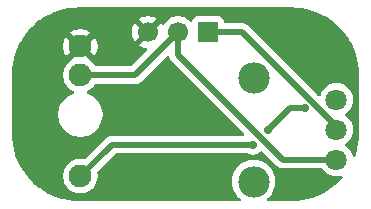
<source format=gbr>
%TF.GenerationSoftware,KiCad,Pcbnew,9.0.3-9.0.3-0~ubuntu22.04.1*%
%TF.CreationDate,2025-07-27T08:05:43-07:00*%
%TF.ProjectId,mixer-chan,6d697865-722d-4636-9861-6e2e6b696361,rev?*%
%TF.SameCoordinates,Original*%
%TF.FileFunction,Copper,L1,Top*%
%TF.FilePolarity,Positive*%
%FSLAX46Y46*%
G04 Gerber Fmt 4.6, Leading zero omitted, Abs format (unit mm)*
G04 Created by KiCad (PCBNEW 9.0.3-9.0.3-0~ubuntu22.04.1) date 2025-07-27 08:05:43*
%MOMM*%
%LPD*%
G01*
G04 APERTURE LIST*
%TA.AperFunction,ComponentPad*%
%ADD10R,1.700000X1.700000*%
%TD*%
%TA.AperFunction,ComponentPad*%
%ADD11C,1.700000*%
%TD*%
%TA.AperFunction,ComponentPad*%
%ADD12C,1.930400*%
%TD*%
%TA.AperFunction,ComponentPad*%
%ADD13C,1.803400*%
%TD*%
%TA.AperFunction,ComponentPad*%
%ADD14C,2.667000*%
%TD*%
%TA.AperFunction,ViaPad*%
%ADD15C,0.700000*%
%TD*%
%TA.AperFunction,Conductor*%
%ADD16C,0.500000*%
%TD*%
G04 APERTURE END LIST*
D10*
%TO.P,J2,1,Pin_1*%
%TO.N,Net-(J2-Pin_1)*%
X136525000Y-84455000D03*
D11*
%TO.P,J2,2,Pin_2*%
%TO.N,/VREF_1.65V*%
X133985000Y-84455000D03*
%TO.P,J2,3,Pin_3*%
%TO.N,GND*%
X131445000Y-84455000D03*
%TD*%
D12*
%TO.P,J1,1,SIG*%
%TO.N,Net-(J1-SIG)*%
X125730000Y-96647000D03*
%TO.P,J1,2,SHEILD*%
%TO.N,GND*%
X125730000Y-85674200D03*
%TO.P,J1,3,SW*%
%TO.N,/VREF_1.65V*%
X125730000Y-88087200D03*
%TD*%
D13*
%TO.P,RV1,1,1*%
%TO.N,Net-(J1-SIG)*%
X147412243Y-90170163D03*
%TO.P,RV1,2,2*%
%TO.N,Net-(J2-Pin_1)*%
X147412243Y-92710163D03*
%TO.P,RV1,3,3*%
%TO.N,/VREF_1.65V*%
X147412243Y-95250163D03*
D14*
%TO.P,RV1,4*%
%TO.N,N/C*%
X140401843Y-88315963D03*
%TO.P,RV1,5*%
X140401843Y-97104363D03*
%TD*%
D15*
%TO.N,Net-(J1-SIG)*%
X144713584Y-90871416D03*
X140335000Y-93980000D03*
X141605000Y-92710000D03*
%TD*%
D16*
%TO.N,/VREF_1.65V*%
X147412243Y-95250163D02*
X142875163Y-95250163D01*
X130352800Y-88087200D02*
X133985000Y-84455000D01*
X125730000Y-88087200D02*
X130352800Y-88087200D01*
X142875163Y-95250163D02*
X133985000Y-86360000D01*
X133985000Y-86360000D02*
X133985000Y-84455000D01*
%TO.N,Net-(J1-SIG)*%
X144713584Y-90871416D02*
X143443584Y-90871416D01*
X140335000Y-93980000D02*
X128397000Y-93980000D01*
X143443584Y-90871416D02*
X141605000Y-92710000D01*
X128397000Y-93980000D02*
X125730000Y-96647000D01*
%TO.N,Net-(J2-Pin_1)*%
X147412243Y-92710163D02*
X147412243Y-92438703D01*
X147412243Y-92438703D02*
X139428540Y-84455000D01*
X139428540Y-84455000D02*
X136525000Y-84455000D01*
%TD*%
%TA.AperFunction,Conductor*%
%TO.N,GND*%
G36*
X143622443Y-82360596D02*
G01*
X144062304Y-82377878D01*
X144071999Y-82378640D01*
X144506780Y-82430099D01*
X144516376Y-82431620D01*
X144945764Y-82517031D01*
X144955195Y-82519295D01*
X145376553Y-82638130D01*
X145385787Y-82641130D01*
X145603588Y-82721481D01*
X145796534Y-82792663D01*
X145805528Y-82796389D01*
X146203092Y-82979667D01*
X146211768Y-82984088D01*
X146593734Y-83198000D01*
X146602036Y-83203087D01*
X146966031Y-83446301D01*
X146973905Y-83452022D01*
X147317711Y-83723056D01*
X147325102Y-83729369D01*
X147646583Y-84026543D01*
X147653456Y-84033416D01*
X147849114Y-84245077D01*
X147950625Y-84354891D01*
X147956948Y-84362294D01*
X148227975Y-84706091D01*
X148233698Y-84713968D01*
X148476912Y-85077963D01*
X148481999Y-85086265D01*
X148695911Y-85468231D01*
X148700332Y-85476907D01*
X148883610Y-85874471D01*
X148887336Y-85883465D01*
X149038865Y-86294199D01*
X149041873Y-86303460D01*
X149160699Y-86724787D01*
X149162972Y-86734254D01*
X149248377Y-87163613D01*
X149249901Y-87173230D01*
X149301358Y-87607995D01*
X149302121Y-87617700D01*
X149319404Y-88057555D01*
X149319500Y-88062424D01*
X149319500Y-93057575D01*
X149319404Y-93062444D01*
X149302121Y-93502299D01*
X149301358Y-93512004D01*
X149249901Y-93946769D01*
X149248377Y-93956386D01*
X149162972Y-94385745D01*
X149160699Y-94395212D01*
X149041873Y-94816539D01*
X149038865Y-94825800D01*
X149008359Y-94908490D01*
X148966687Y-94964572D01*
X148901310Y-94989223D01*
X148832985Y-94974615D01*
X148783404Y-94925386D01*
X148774092Y-94903889D01*
X148711714Y-94711907D01*
X148711713Y-94711904D01*
X148636738Y-94564759D01*
X148611512Y-94515250D01*
X148481781Y-94336691D01*
X148325715Y-94180625D01*
X148187879Y-94080481D01*
X148145213Y-94025151D01*
X148139234Y-93955538D01*
X148171840Y-93893743D01*
X148187879Y-93879845D01*
X148196188Y-93873808D01*
X148325715Y-93779701D01*
X148481781Y-93623635D01*
X148611512Y-93445076D01*
X148711713Y-93248421D01*
X148779916Y-93038512D01*
X148814443Y-92820519D01*
X148814443Y-92599807D01*
X148779916Y-92381814D01*
X148711713Y-92171905D01*
X148711713Y-92171904D01*
X148611511Y-91975249D01*
X148481781Y-91796691D01*
X148325715Y-91640625D01*
X148187879Y-91540481D01*
X148145213Y-91485151D01*
X148139234Y-91415538D01*
X148171840Y-91353743D01*
X148187879Y-91339845D01*
X148196188Y-91333808D01*
X148325715Y-91239701D01*
X148481781Y-91083635D01*
X148611512Y-90905076D01*
X148711713Y-90708421D01*
X148779916Y-90498512D01*
X148814443Y-90280519D01*
X148814443Y-90059807D01*
X148779916Y-89841814D01*
X148745814Y-89736859D01*
X148711714Y-89631907D01*
X148711713Y-89631904D01*
X148653068Y-89516809D01*
X148611512Y-89435250D01*
X148481781Y-89256691D01*
X148325715Y-89100625D01*
X148147156Y-88970894D01*
X147950501Y-88870692D01*
X147950498Y-88870691D01*
X147740593Y-88802490D01*
X147631595Y-88785226D01*
X147522599Y-88767963D01*
X147301887Y-88767963D01*
X147229222Y-88779472D01*
X147083892Y-88802490D01*
X146873987Y-88870691D01*
X146873984Y-88870692D01*
X146677329Y-88970894D01*
X146579406Y-89042040D01*
X146498771Y-89100625D01*
X146498769Y-89100627D01*
X146498768Y-89100627D01*
X146342707Y-89256688D01*
X146342707Y-89256689D01*
X146342705Y-89256691D01*
X146286990Y-89333375D01*
X146212974Y-89435249D01*
X146112772Y-89631904D01*
X146112771Y-89631907D01*
X146065936Y-89776053D01*
X146026498Y-89833729D01*
X145962140Y-89860927D01*
X145893294Y-89849012D01*
X145860324Y-89825416D01*
X139906953Y-83872045D01*
X139835175Y-83824087D01*
X139824895Y-83817218D01*
X139784035Y-83789916D01*
X139784034Y-83789915D01*
X139784032Y-83789914D01*
X139784030Y-83789913D01*
X139647457Y-83733343D01*
X139647447Y-83733340D01*
X139502460Y-83704500D01*
X139502458Y-83704500D01*
X137999499Y-83704500D01*
X137932460Y-83684815D01*
X137886705Y-83632011D01*
X137875499Y-83580500D01*
X137875499Y-83557129D01*
X137875498Y-83557123D01*
X137869091Y-83497516D01*
X137818797Y-83362671D01*
X137818793Y-83362664D01*
X137732547Y-83247455D01*
X137732544Y-83247452D01*
X137617335Y-83161206D01*
X137617328Y-83161202D01*
X137482482Y-83110908D01*
X137482483Y-83110908D01*
X137422883Y-83104501D01*
X137422881Y-83104500D01*
X137422873Y-83104500D01*
X137422864Y-83104500D01*
X135627129Y-83104500D01*
X135627123Y-83104501D01*
X135567516Y-83110908D01*
X135432671Y-83161202D01*
X135432664Y-83161206D01*
X135317455Y-83247452D01*
X135317452Y-83247455D01*
X135231206Y-83362664D01*
X135231203Y-83362669D01*
X135182189Y-83494083D01*
X135140317Y-83550016D01*
X135074853Y-83574433D01*
X135006580Y-83559581D01*
X134978326Y-83538430D01*
X134864786Y-83424890D01*
X134692820Y-83299951D01*
X134503414Y-83203444D01*
X134503413Y-83203443D01*
X134503412Y-83203443D01*
X134301243Y-83137754D01*
X134301241Y-83137753D01*
X134301240Y-83137753D01*
X134139957Y-83112208D01*
X134091287Y-83104500D01*
X133878713Y-83104500D01*
X133830042Y-83112208D01*
X133668760Y-83137753D01*
X133466585Y-83203444D01*
X133277179Y-83299951D01*
X133105213Y-83424890D01*
X132954890Y-83575213D01*
X132829949Y-83747182D01*
X132825202Y-83756499D01*
X132777227Y-83807293D01*
X132709405Y-83824087D01*
X132643271Y-83801548D01*
X132604234Y-83756495D01*
X132599626Y-83747452D01*
X132560270Y-83693282D01*
X132560269Y-83693282D01*
X131927962Y-84325590D01*
X131910925Y-84262007D01*
X131845099Y-84147993D01*
X131752007Y-84054901D01*
X131637993Y-83989075D01*
X131574409Y-83972037D01*
X132206716Y-83339728D01*
X132152550Y-83300375D01*
X131963217Y-83203904D01*
X131761129Y-83138242D01*
X131551246Y-83105000D01*
X131338754Y-83105000D01*
X131128872Y-83138242D01*
X131128869Y-83138242D01*
X130926782Y-83203904D01*
X130737439Y-83300380D01*
X130683282Y-83339727D01*
X130683282Y-83339728D01*
X131315591Y-83972037D01*
X131252007Y-83989075D01*
X131137993Y-84054901D01*
X131044901Y-84147993D01*
X130979075Y-84262007D01*
X130962037Y-84325591D01*
X130329728Y-83693282D01*
X130329727Y-83693282D01*
X130290380Y-83747439D01*
X130193904Y-83936782D01*
X130128242Y-84138869D01*
X130128242Y-84138872D01*
X130095000Y-84348753D01*
X130095000Y-84561246D01*
X130128242Y-84771127D01*
X130128242Y-84771130D01*
X130193904Y-84973217D01*
X130290375Y-85162550D01*
X130329728Y-85216716D01*
X130962037Y-84584408D01*
X130979075Y-84647993D01*
X131044901Y-84762007D01*
X131137993Y-84855099D01*
X131252007Y-84920925D01*
X131315590Y-84937962D01*
X130683282Y-85570269D01*
X130683282Y-85570270D01*
X130737449Y-85609624D01*
X130926782Y-85706095D01*
X131128870Y-85771757D01*
X131301150Y-85799044D01*
X131364285Y-85828973D01*
X131401216Y-85888285D01*
X131400218Y-85958147D01*
X131369433Y-86009198D01*
X130078251Y-87300381D01*
X130016928Y-87333866D01*
X129990570Y-87336700D01*
X127059615Y-87336700D01*
X126992576Y-87317015D01*
X126959297Y-87285585D01*
X126847975Y-87132364D01*
X126847970Y-87132358D01*
X126684841Y-86969229D01*
X126684837Y-86969226D01*
X126629114Y-86928740D01*
X126615672Y-86911307D01*
X126614614Y-86912366D01*
X125814094Y-86111847D01*
X125901571Y-86088408D01*
X126002930Y-86029889D01*
X126085689Y-85947130D01*
X126144208Y-85845771D01*
X126167647Y-85758295D01*
X126927744Y-86518392D01*
X126927744Y-86518391D01*
X126983151Y-86442130D01*
X126983155Y-86442124D01*
X127087852Y-86236646D01*
X127159122Y-86017302D01*
X127195200Y-85789519D01*
X127195200Y-85558880D01*
X127159122Y-85331097D01*
X127087852Y-85111753D01*
X126983151Y-84906267D01*
X126927744Y-84830007D01*
X126927744Y-84830006D01*
X126167647Y-85590104D01*
X126144208Y-85502629D01*
X126085689Y-85401270D01*
X126002930Y-85318511D01*
X125901571Y-85259992D01*
X125814093Y-85236552D01*
X126574192Y-84476454D01*
X126574191Y-84476452D01*
X126529821Y-84444215D01*
X126529798Y-84444200D01*
X126497931Y-84421047D01*
X126292446Y-84316347D01*
X126073102Y-84245077D01*
X125845319Y-84209000D01*
X125614681Y-84209000D01*
X125386897Y-84245077D01*
X125167553Y-84316347D01*
X124962069Y-84421047D01*
X124885807Y-84476454D01*
X125645906Y-85236552D01*
X125558429Y-85259992D01*
X125457070Y-85318511D01*
X125374311Y-85401270D01*
X125315792Y-85502629D01*
X125292352Y-85590105D01*
X124532254Y-84830007D01*
X124476847Y-84906269D01*
X124372147Y-85111753D01*
X124300877Y-85331097D01*
X124264800Y-85558880D01*
X124264800Y-85789519D01*
X124300877Y-86017302D01*
X124372147Y-86236646D01*
X124476850Y-86442135D01*
X124532253Y-86518391D01*
X124532254Y-86518392D01*
X125292352Y-85758294D01*
X125315792Y-85845771D01*
X125374311Y-85947130D01*
X125457070Y-86029889D01*
X125558429Y-86088408D01*
X125645905Y-86111847D01*
X124845385Y-86912366D01*
X124845273Y-86912254D01*
X124830885Y-86928740D01*
X124775161Y-86969226D01*
X124612029Y-87132358D01*
X124612029Y-87132359D01*
X124612027Y-87132361D01*
X124612025Y-87132364D01*
X124476421Y-87319005D01*
X124371685Y-87524562D01*
X124300390Y-87743980D01*
X124264300Y-87971847D01*
X124264300Y-88202552D01*
X124300390Y-88430419D01*
X124327729Y-88514558D01*
X124371683Y-88649833D01*
X124476421Y-88855394D01*
X124612027Y-89042039D01*
X124775161Y-89205173D01*
X124961806Y-89340779D01*
X125142038Y-89432611D01*
X125192834Y-89480585D01*
X125209629Y-89548406D01*
X125187092Y-89614541D01*
X125132377Y-89657993D01*
X125126155Y-89660309D01*
X124898788Y-89754489D01*
X124898787Y-89754490D01*
X124685904Y-89877398D01*
X124490877Y-90027047D01*
X124490870Y-90027053D01*
X124317053Y-90200870D01*
X124317047Y-90200877D01*
X124167398Y-90395904D01*
X124044490Y-90608787D01*
X124044489Y-90608788D01*
X123950414Y-90835904D01*
X123950409Y-90835917D01*
X123886788Y-91073359D01*
X123886785Y-91073372D01*
X123854701Y-91317076D01*
X123854700Y-91317092D01*
X123854700Y-91562907D01*
X123854701Y-91562923D01*
X123886785Y-91806627D01*
X123886786Y-91806632D01*
X123886787Y-91806638D01*
X123950411Y-92044089D01*
X124024059Y-92221890D01*
X124044489Y-92271211D01*
X124044490Y-92271212D01*
X124167398Y-92484095D01*
X124317047Y-92679122D01*
X124317053Y-92679129D01*
X124490870Y-92852946D01*
X124490877Y-92852952D01*
X124685904Y-93002601D01*
X124898787Y-93125509D01*
X124898788Y-93125510D01*
X124898791Y-93125511D01*
X124898796Y-93125514D01*
X125125911Y-93219589D01*
X125363362Y-93283213D01*
X125607086Y-93315300D01*
X125607093Y-93315300D01*
X125852907Y-93315300D01*
X125852914Y-93315300D01*
X126096638Y-93283213D01*
X126334089Y-93219589D01*
X126561204Y-93125514D01*
X126774096Y-93002601D01*
X126969124Y-92852951D01*
X127142951Y-92679124D01*
X127292601Y-92484096D01*
X127415514Y-92271204D01*
X127509589Y-92044089D01*
X127573213Y-91806638D01*
X127605300Y-91562914D01*
X127605300Y-91317086D01*
X127573213Y-91073362D01*
X127509589Y-90835911D01*
X127415514Y-90608796D01*
X127415511Y-90608791D01*
X127415510Y-90608788D01*
X127415509Y-90608787D01*
X127292601Y-90395904D01*
X127142952Y-90200877D01*
X127142946Y-90200870D01*
X126969129Y-90027053D01*
X126969122Y-90027047D01*
X126774095Y-89877398D01*
X126561212Y-89754490D01*
X126561211Y-89754489D01*
X126561204Y-89754486D01*
X126334089Y-89660411D01*
X126334086Y-89660410D01*
X126330339Y-89658858D01*
X126330720Y-89657936D01*
X126277230Y-89620309D01*
X126250888Y-89555596D01*
X126263714Y-89486913D01*
X126311637Y-89436069D01*
X126317953Y-89432615D01*
X126498194Y-89340779D01*
X126684839Y-89205173D01*
X126847973Y-89042039D01*
X126959297Y-88888814D01*
X127014627Y-88846149D01*
X127059615Y-88837700D01*
X130426720Y-88837700D01*
X130524262Y-88818296D01*
X130571713Y-88808858D01*
X130708295Y-88752284D01*
X130757529Y-88719386D01*
X130831216Y-88670152D01*
X133042746Y-86458620D01*
X133104067Y-86425137D01*
X133173759Y-86430121D01*
X133229692Y-86471993D01*
X133252042Y-86522110D01*
X133263340Y-86578908D01*
X133263343Y-86578917D01*
X133319914Y-86715492D01*
X133352812Y-86764727D01*
X133352813Y-86764730D01*
X133402046Y-86838414D01*
X133402052Y-86838421D01*
X139581452Y-93017819D01*
X139614937Y-93079142D01*
X139609953Y-93148834D01*
X139568081Y-93204767D01*
X139502617Y-93229184D01*
X139493771Y-93229500D01*
X128323076Y-93229500D01*
X128294242Y-93235234D01*
X128294243Y-93235235D01*
X128178092Y-93258339D01*
X128178086Y-93258341D01*
X128118042Y-93283213D01*
X128041508Y-93314914D01*
X128003933Y-93340021D01*
X127918582Y-93397049D01*
X127918579Y-93397052D01*
X126139494Y-95176136D01*
X126078171Y-95209621D01*
X126032415Y-95210928D01*
X125933162Y-95195207D01*
X125845353Y-95181300D01*
X125614647Y-95181300D01*
X125587239Y-95185641D01*
X125386780Y-95217390D01*
X125223750Y-95270363D01*
X125167367Y-95288683D01*
X125167364Y-95288684D01*
X125167362Y-95288685D01*
X124961805Y-95393421D01*
X124933605Y-95413910D01*
X124775161Y-95529027D01*
X124775159Y-95529029D01*
X124775158Y-95529029D01*
X124612029Y-95692158D01*
X124612029Y-95692159D01*
X124612027Y-95692161D01*
X124589964Y-95722528D01*
X124476421Y-95878805D01*
X124371685Y-96084362D01*
X124300390Y-96303780D01*
X124267163Y-96513573D01*
X124264300Y-96531647D01*
X124264300Y-96762353D01*
X124265529Y-96770113D01*
X124300390Y-96990219D01*
X124332862Y-97090155D01*
X124371683Y-97209633D01*
X124476421Y-97415194D01*
X124612027Y-97601839D01*
X124775161Y-97764973D01*
X124961806Y-97900579D01*
X125167367Y-98005317D01*
X125344850Y-98062984D01*
X125386780Y-98076609D01*
X125500714Y-98094654D01*
X125614647Y-98112700D01*
X125614648Y-98112700D01*
X125845352Y-98112700D01*
X125845353Y-98112700D01*
X126073219Y-98076609D01*
X126292633Y-98005317D01*
X126498194Y-97900579D01*
X126684839Y-97764973D01*
X126847973Y-97601839D01*
X126983579Y-97415194D01*
X127088317Y-97209633D01*
X127159609Y-96990219D01*
X127195700Y-96762353D01*
X127195700Y-96531647D01*
X127166071Y-96344580D01*
X127175025Y-96275289D01*
X127200860Y-96237506D01*
X128671548Y-94766819D01*
X128732871Y-94733334D01*
X128759229Y-94730500D01*
X139899739Y-94730500D01*
X139947191Y-94739938D01*
X140086918Y-94797816D01*
X140251228Y-94830499D01*
X140251232Y-94830500D01*
X140251233Y-94830500D01*
X140418768Y-94830500D01*
X140418769Y-94830499D01*
X140583082Y-94797816D01*
X140737863Y-94733703D01*
X140877162Y-94640626D01*
X140953030Y-94564757D01*
X141014350Y-94531273D01*
X141084042Y-94536257D01*
X141128391Y-94564758D01*
X142292212Y-95728579D01*
X142396747Y-95833114D01*
X142396748Y-95833115D01*
X142519661Y-95915243D01*
X142519674Y-95915250D01*
X142656245Y-95971819D01*
X142656250Y-95971821D01*
X142656254Y-95971821D01*
X142656255Y-95971822D01*
X142801242Y-96000663D01*
X142801245Y-96000663D01*
X142801246Y-96000663D01*
X142949080Y-96000663D01*
X146161118Y-96000663D01*
X146228157Y-96020348D01*
X146261436Y-96051778D01*
X146342705Y-96163635D01*
X146498771Y-96319701D01*
X146677330Y-96449432D01*
X146773783Y-96498577D01*
X146873984Y-96549633D01*
X146873987Y-96549634D01*
X146978939Y-96583734D01*
X147083894Y-96617836D01*
X147301887Y-96652363D01*
X147301888Y-96652363D01*
X147522598Y-96652363D01*
X147522599Y-96652363D01*
X147740592Y-96617836D01*
X147783433Y-96603915D01*
X147853273Y-96601919D01*
X147913106Y-96637998D01*
X147943935Y-96700699D01*
X147935972Y-96770113D01*
X147912808Y-96806017D01*
X147653462Y-97086577D01*
X147646577Y-97093462D01*
X147325108Y-97390625D01*
X147317705Y-97396948D01*
X146973908Y-97667975D01*
X146966031Y-97673698D01*
X146602036Y-97916912D01*
X146593734Y-97921999D01*
X146211768Y-98135911D01*
X146203092Y-98140332D01*
X145805528Y-98323610D01*
X145796534Y-98327336D01*
X145385800Y-98478865D01*
X145376539Y-98481873D01*
X144955212Y-98600699D01*
X144945745Y-98602972D01*
X144516386Y-98688377D01*
X144506769Y-98689901D01*
X144072004Y-98741358D01*
X144062299Y-98742121D01*
X143638672Y-98758766D01*
X143622442Y-98759404D01*
X143617575Y-98759500D01*
X141622794Y-98759500D01*
X141555755Y-98739815D01*
X141510000Y-98687011D01*
X141500056Y-98617853D01*
X141529081Y-98554297D01*
X141547308Y-98537124D01*
X141585145Y-98508089D01*
X141613678Y-98486196D01*
X141783676Y-98316198D01*
X141930030Y-98125465D01*
X142050237Y-97917261D01*
X142142239Y-97695148D01*
X142204463Y-97462926D01*
X142235843Y-97224570D01*
X142235843Y-96984156D01*
X142204463Y-96745800D01*
X142142239Y-96513578D01*
X142050237Y-96291465D01*
X142050235Y-96291462D01*
X142050233Y-96291457D01*
X141930034Y-96083268D01*
X141930030Y-96083261D01*
X141844520Y-95971822D01*
X141783677Y-95892529D01*
X141783671Y-95892522D01*
X141613683Y-95722534D01*
X141613676Y-95722528D01*
X141422953Y-95576182D01*
X141422951Y-95576180D01*
X141422945Y-95576176D01*
X141422940Y-95576173D01*
X141422937Y-95576171D01*
X141214748Y-95455972D01*
X141214737Y-95455967D01*
X140992632Y-95363968D01*
X140760402Y-95301742D01*
X140522060Y-95270364D01*
X140522055Y-95270363D01*
X140522050Y-95270363D01*
X140281636Y-95270363D01*
X140281630Y-95270363D01*
X140281625Y-95270364D01*
X140043283Y-95301742D01*
X139811053Y-95363968D01*
X139588948Y-95455967D01*
X139588937Y-95455972D01*
X139380748Y-95576171D01*
X139380732Y-95576182D01*
X139190009Y-95722528D01*
X139190002Y-95722534D01*
X139020014Y-95892522D01*
X139020008Y-95892529D01*
X138873662Y-96083252D01*
X138873651Y-96083268D01*
X138753452Y-96291457D01*
X138753447Y-96291468D01*
X138661448Y-96513573D01*
X138599222Y-96745803D01*
X138567844Y-96984145D01*
X138567843Y-96984162D01*
X138567843Y-97224563D01*
X138567844Y-97224580D01*
X138590536Y-97396948D01*
X138599223Y-97462926D01*
X138630335Y-97579037D01*
X138661448Y-97695152D01*
X138753447Y-97917257D01*
X138753452Y-97917268D01*
X138873651Y-98125457D01*
X138873662Y-98125473D01*
X139020008Y-98316196D01*
X139020014Y-98316203D01*
X139190002Y-98486191D01*
X139190009Y-98486197D01*
X139256378Y-98537124D01*
X139297581Y-98593552D01*
X139301736Y-98663298D01*
X139267524Y-98724218D01*
X139205806Y-98756971D01*
X139180892Y-98759500D01*
X125622425Y-98759500D01*
X125617557Y-98759404D01*
X125600399Y-98758729D01*
X125177700Y-98742121D01*
X125167995Y-98741358D01*
X124733230Y-98689901D01*
X124723613Y-98688377D01*
X124294254Y-98602972D01*
X124284787Y-98600699D01*
X123863460Y-98481873D01*
X123854199Y-98478865D01*
X123443465Y-98327336D01*
X123434471Y-98323610D01*
X123036907Y-98140332D01*
X123028231Y-98135911D01*
X122646265Y-97921999D01*
X122637963Y-97916912D01*
X122273968Y-97673698D01*
X122266091Y-97667975D01*
X121922294Y-97396948D01*
X121914891Y-97390625D01*
X121735254Y-97224570D01*
X121593416Y-97093456D01*
X121586543Y-97086583D01*
X121289369Y-96765102D01*
X121283051Y-96757705D01*
X121273668Y-96745803D01*
X121012022Y-96413905D01*
X121006301Y-96406031D01*
X120763087Y-96042036D01*
X120758000Y-96033734D01*
X120544088Y-95651768D01*
X120539667Y-95643092D01*
X120356389Y-95245528D01*
X120352663Y-95236534D01*
X120316978Y-95139807D01*
X120201130Y-94825787D01*
X120198130Y-94816553D01*
X120079295Y-94395195D01*
X120077031Y-94385764D01*
X119991620Y-93956376D01*
X119990098Y-93946769D01*
X119982177Y-93879845D01*
X119938640Y-93511999D01*
X119937878Y-93502298D01*
X119932773Y-93372376D01*
X119920596Y-93062443D01*
X119920500Y-93057575D01*
X119920500Y-88062424D01*
X119920596Y-88057556D01*
X119929763Y-87824252D01*
X119937878Y-87617693D01*
X119938641Y-87607995D01*
X119990100Y-87173215D01*
X119991619Y-87163627D01*
X120077032Y-86734230D01*
X120079294Y-86724810D01*
X120198132Y-86303438D01*
X120201127Y-86294219D01*
X120352666Y-85883456D01*
X120356389Y-85874470D01*
X120539677Y-85476884D01*
X120544088Y-85468231D01*
X120758000Y-85086265D01*
X120763087Y-85077963D01*
X120833076Y-84973217D01*
X121006311Y-84713953D01*
X121012012Y-84706106D01*
X121283068Y-84362273D01*
X121289357Y-84354909D01*
X121586556Y-84033402D01*
X121593402Y-84026556D01*
X121914909Y-83729357D01*
X121922275Y-83723066D01*
X122266106Y-83452012D01*
X122273953Y-83446311D01*
X122637965Y-83203085D01*
X122646265Y-83198000D01*
X123028231Y-82984088D01*
X123036894Y-82979673D01*
X123434471Y-82796389D01*
X123443456Y-82792666D01*
X123854219Y-82641127D01*
X123863438Y-82638132D01*
X124284810Y-82519294D01*
X124294230Y-82517032D01*
X124723627Y-82431619D01*
X124733215Y-82430100D01*
X125168002Y-82378640D01*
X125177693Y-82377878D01*
X125617557Y-82360596D01*
X125622425Y-82360500D01*
X125667595Y-82360500D01*
X143572405Y-82360500D01*
X143617575Y-82360500D01*
X143622443Y-82360596D01*
G37*
%TD.AperFunction*%
%TD*%
M02*

</source>
